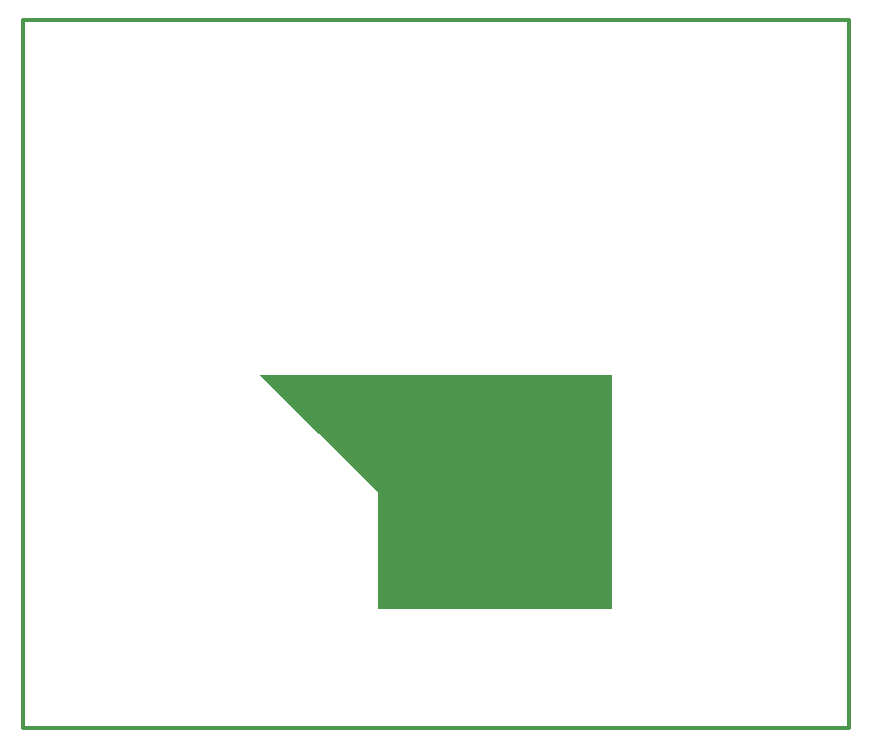
<source format=gbr>
G04 BAE OUTPUT*
%MOIN*%
%ADD10C,0.00500*%
%ADD11C,0.01181*%
%ADD12C,0.01250*%
%ADD13R,0.02362X0.07874*%
%ADD14R,0.02362X0.07875*%
%ADD15R,0.03400X0.09000*%
%ADD16C,0.03500*%
%ADD17R,0.04500X0.06000*%
%ADD18R,0.06000X0.04500*%
%ADD19C,0.07087*%
%ADD20R,0.07874X0.02362*%
%ADD21R,0.07875X0.02362*%
%ADD22C,0.08268*%
%ADD23R,0.09000X0.03400*%
%FSLAX23Y23*%
%MOIN*%
G01*
X0Y0D02*
G36*
X1083Y2260D02*
X1480Y1870D01*
X1480Y1480D01*
X2260Y1480D01*
X2260Y2260D01*
X1083Y2260D01*
G37*
D02*
G54D11*
X295Y1083D02*
X3051Y1083D01*
X3051Y3445D01*
X295Y3445D01*
X295Y1083D01*
X0Y0D02*
M02*
*

</source>
